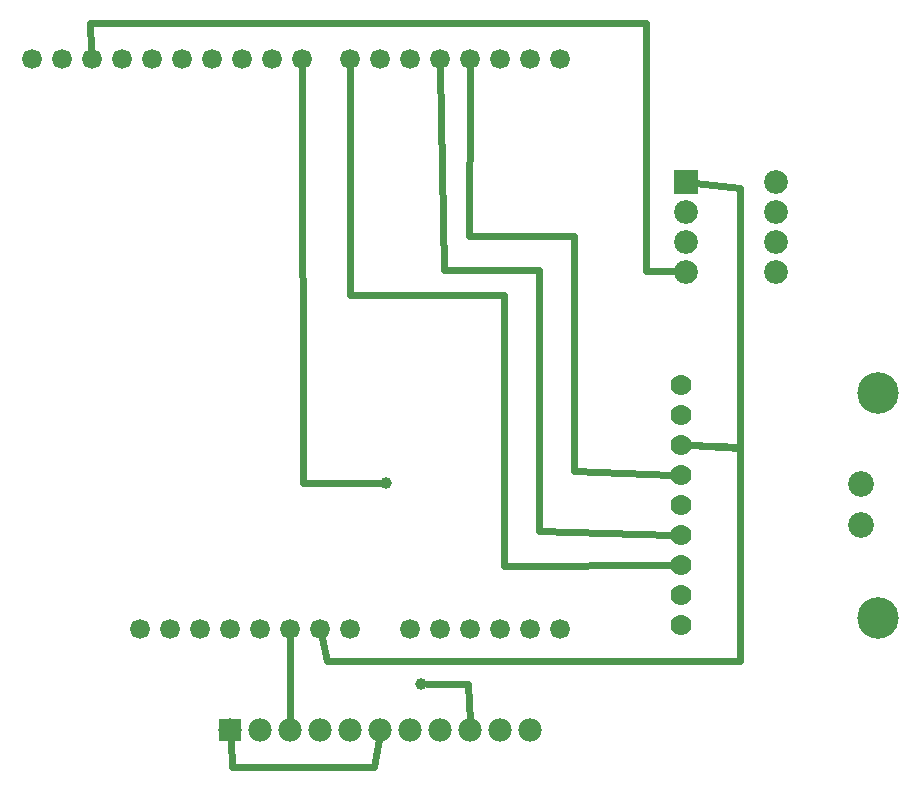
<source format=gtl>
G04 MADE WITH FRITZING*
G04 WWW.FRITZING.ORG*
G04 DOUBLE SIDED*
G04 HOLES PLATED*
G04 CONTOUR ON CENTER OF CONTOUR VECTOR*
%ASAXBY*%
%FSLAX23Y23*%
%MOIN*%
%OFA0B0*%
%SFA1.0B1.0*%
%ADD10C,0.138425*%
%ADD11C,0.086000*%
%ADD12C,0.070000*%
%ADD13C,0.078000*%
%ADD14C,0.066194*%
%ADD15C,0.066222*%
%ADD16C,0.039370*%
%ADD17C,0.079370*%
%ADD18R,0.078000X0.078000*%
%ADD19R,0.079370X0.079370*%
%ADD20C,0.024000*%
%LNCOPPER1*%
G90*
G70*
G54D10*
X3587Y1380D03*
G54D11*
X3532Y938D03*
G54D10*
X3587Y630D03*
G54D12*
X2932Y605D03*
X2932Y705D03*
X2932Y805D03*
X2932Y905D03*
X2932Y1005D03*
X2932Y1105D03*
X2932Y1205D03*
X2932Y1305D03*
X2932Y1405D03*
G54D11*
X3532Y1076D03*
G54D13*
X1430Y254D03*
X1530Y254D03*
X1630Y254D03*
X1730Y254D03*
X1830Y254D03*
X1930Y254D03*
X2030Y254D03*
X2130Y254D03*
X2230Y254D03*
X2330Y254D03*
X2430Y254D03*
G54D14*
X2128Y592D03*
X2228Y592D03*
X2328Y592D03*
X2428Y592D03*
X2528Y592D03*
G54D15*
X1668Y2492D03*
X1568Y2492D03*
X1468Y2492D03*
X1368Y2492D03*
X1268Y2492D03*
X1168Y2492D03*
X1068Y2492D03*
X968Y2492D03*
X868Y2492D03*
X768Y2492D03*
X2528Y2492D03*
X2428Y2492D03*
X2328Y2492D03*
X2228Y2492D03*
X2128Y2492D03*
X2028Y2492D03*
X1928Y2492D03*
X1828Y2492D03*
G54D14*
X1228Y592D03*
X1128Y592D03*
X1328Y592D03*
X1428Y592D03*
X1528Y592D03*
X1628Y592D03*
X1728Y592D03*
X1828Y592D03*
X2028Y592D03*
G54D16*
X1948Y1078D03*
X2065Y408D03*
G54D17*
X2947Y2083D03*
X3247Y2083D03*
X2947Y1983D03*
X3247Y1983D03*
X2947Y1883D03*
X3247Y1883D03*
X2947Y1783D03*
X3247Y1783D03*
G54D18*
X1430Y254D03*
G54D19*
X2947Y2083D03*
G54D20*
X3128Y486D02*
X1751Y486D01*
D02*
X2962Y1204D02*
X3128Y1197D01*
D02*
X3128Y1197D02*
X3128Y486D01*
D02*
X1751Y486D02*
X1734Y562D01*
D02*
X2576Y1903D02*
X2576Y1118D01*
D02*
X2576Y1118D02*
X2901Y1106D01*
D02*
X2229Y2391D02*
X2225Y1903D01*
D02*
X2225Y1903D02*
X2576Y1903D01*
D02*
X2228Y2461D02*
X2229Y2391D01*
D02*
X2901Y906D02*
X2459Y918D01*
D02*
X2459Y918D02*
X2459Y1788D01*
D02*
X2459Y1788D02*
X2143Y1788D01*
D02*
X2143Y1788D02*
X2128Y2461D01*
D02*
X2901Y805D02*
X2342Y801D01*
D02*
X1829Y1706D02*
X1828Y2461D01*
D02*
X2342Y1706D02*
X1829Y1706D01*
D02*
X2342Y801D02*
X2342Y1706D01*
D02*
X1925Y225D02*
X1908Y133D01*
D02*
X1908Y133D02*
X1435Y133D01*
D02*
X1435Y133D02*
X1431Y224D01*
D02*
X1630Y285D02*
X1628Y561D01*
D02*
X1673Y1078D02*
X1929Y1078D01*
D02*
X1668Y2461D02*
X1673Y1078D01*
D02*
X2084Y409D02*
X2223Y409D01*
D02*
X2223Y409D02*
X2229Y284D01*
D02*
X3128Y1196D02*
X3128Y2063D01*
D02*
X3128Y2063D02*
X2977Y2080D01*
D02*
X2962Y1204D02*
X3128Y1196D01*
D02*
X2814Y2613D02*
X2814Y1786D01*
D02*
X962Y2613D02*
X2814Y2613D01*
D02*
X966Y2522D02*
X962Y2613D01*
D02*
X2814Y1786D02*
X2916Y1784D01*
G04 End of Copper1*
M02*
</source>
